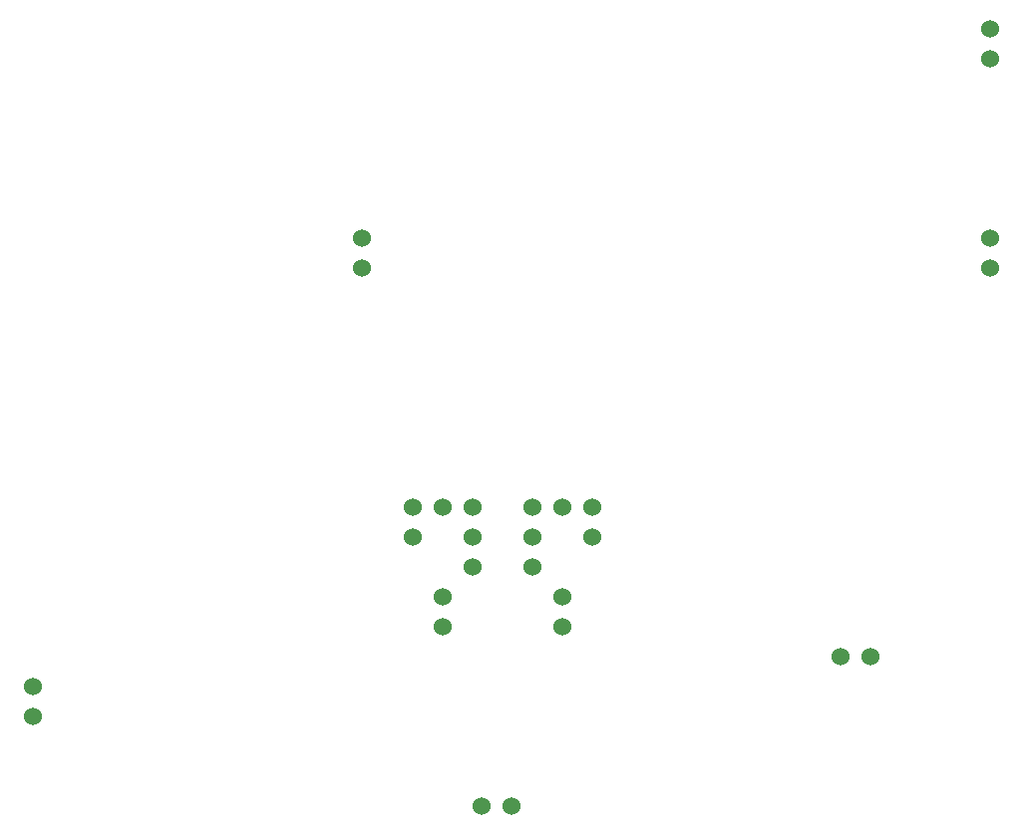
<source format=gbp>
%TF.GenerationSoftware,KiCad,Pcbnew,5.1.7-a382d34a8~88~ubuntu20.04.1*%
%TF.CreationDate,2021-05-21T21:27:29+02:00*%
%TF.ProjectId,Shield_Nucleo,53686965-6c64-45f4-9e75-636c656f2e6b,rev?*%
%TF.SameCoordinates,Original*%
%TF.FileFunction,Paste,Bot*%
%TF.FilePolarity,Positive*%
%FSLAX46Y46*%
G04 Gerber Fmt 4.6, Leading zero omitted, Abs format (unit mm)*
G04 Created by KiCad (PCBNEW 5.1.7-a382d34a8~88~ubuntu20.04.1) date 2021-05-21 21:27:29*
%MOMM*%
%LPD*%
G01*
G04 APERTURE LIST*
%ADD10C,1.524000*%
G04 APERTURE END LIST*
D10*
%TO.C,J7*%
X48420000Y-106420000D03*
X76360000Y-68320000D03*
X86520000Y-116580000D03*
X89060000Y-116580000D03*
X48420000Y-108960000D03*
X119540000Y-103880000D03*
X117000000Y-103880000D03*
X76360000Y-70860000D03*
X129700000Y-70860000D03*
X129700000Y-68320000D03*
X129700000Y-53080000D03*
X129700000Y-50540000D03*
X83180000Y-101340000D03*
X83180000Y-98800000D03*
X93340000Y-101340000D03*
X93340000Y-98800000D03*
X85720000Y-96260000D03*
X90800000Y-96260000D03*
X80640000Y-93720000D03*
X85720000Y-93720000D03*
X90800000Y-93720000D03*
X95880000Y-93720000D03*
X80640000Y-91180000D03*
X83180000Y-91180000D03*
X85720000Y-91180000D03*
X90800000Y-91180000D03*
X93340000Y-91180000D03*
X95880000Y-91180000D03*
%TD*%
M02*

</source>
